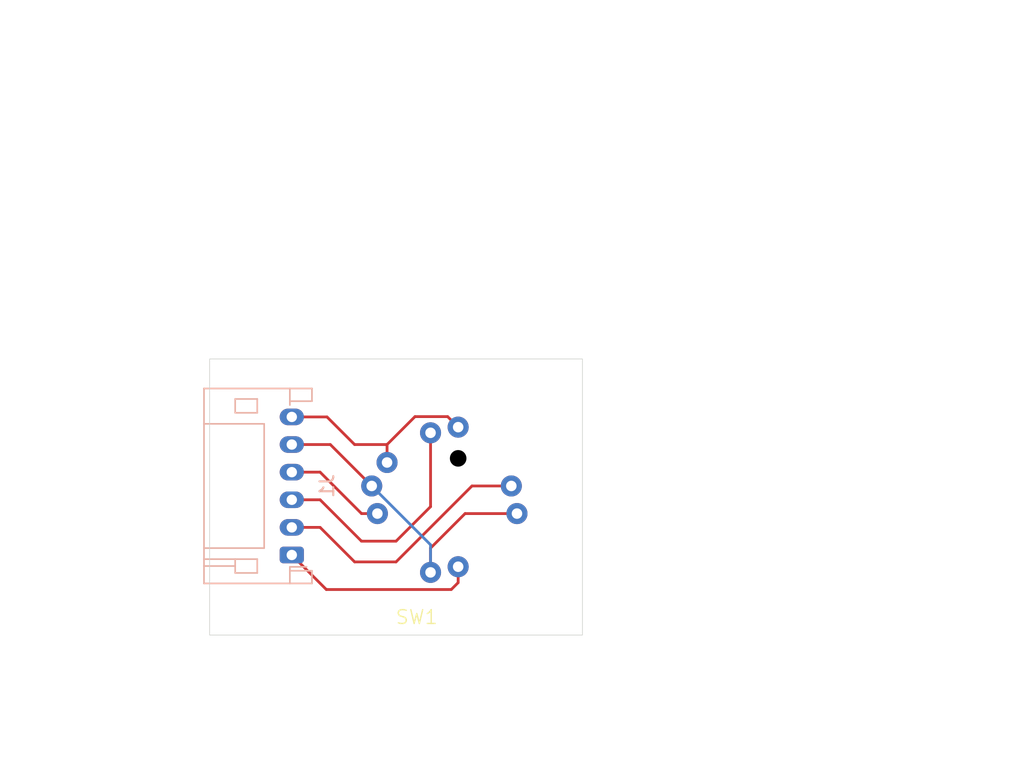
<source format=kicad_pcb>
(kicad_pcb (version 20240108) (generator "pcbnew") (generator_version "8.0")
  (layers (0 "F.Cu" signal) (31 "B.Cu" signal) (34 "B.Paste" user) (35 "F.Paste" user) (36 "B.SilkS" user "B.Silkscreen") (37 "F.SilkS" user "F.Silkscreen") (38 "B.Mask" user) (39 "F.Mask" user) (44 "Edge.Cuts" user))
  (net 0 "")
  (net 1 "Net-(J1-Pin_6)")
  (net 2 "Net-(J1-Pin_1)")
  (net 3 "Net-(J1-Pin_5)")
  (net 4 "Net-(J1-Pin_3)")
  (net 5 "Net-(J1-Pin_2)")
  (net 6 "Net-(J1-Pin_4)")
  (footprint "MountingHole:MountingHole_2.2mm_M2" (layer "F.Cu") (at 129.5 86.3)
    (property "Reference" "REF**" (hide yes))
    (property "Value" "MountingHole_2.2mm_M2" (hide yes))
    (pad "" np_thru_hole circle (at 0 0) (size 2.2 2.2) (drill 2.2) (layers "F&B.Cu" "*.Mask"))
  )
  (footprint "MountingHole:MountingHole_2.2mm_M2" (layer "F.Cu") (at 142 100.5)
    (property "Reference" "REF**" (hide yes))
    (property "Value" "MountingHole_2.2mm_M2" (hide yes))
    (pad "" np_thru_hole circle (at 0 0) (size 2.2 2.2) (drill 2.2) (layers "F&B.Cu" "*.Mask"))
  )
  (footprint "MountingHole:MountingHole_2.2mm_M2" (layer "F.Cu") (at 142 86.3)
    (property "Reference" "REF**" (hide yes))
    (property "Value" "MountingHole_2.2mm_M2" (hide yes))
    (pad "" np_thru_hole circle (at 0 0) (size 2.2 2.2) (drill 2.2) (layers "F&B.Cu" "*.Mask"))
  )
  (footprint "thumb-hat:hat-switch" (layer "F.Cu") (at 135 93.5)
    (property "Reference" "SW1" (at -2 8.5 0) (layer "F.SilkS") (effects (font (thickness 0.1))))
    (property "Value" "~")
    (pad "" np_thru_hole circle (at 1 -3) (size 1.2 1.2) (drill 1.2) (layers "*.Mask"))
    (pad "1" thru_hole circle (at 1 4.85) (size 1.524 1.524) (drill 0.762) (layers "*.Cu" "*.Mask") (net 2 "Net-(J1-Pin_1)"))
    (pad "2" thru_hole circle (at 4.85 -1) (size 1.524 1.524) (drill 0.762) (layers "*.Cu" "*.Mask") (net 5 "Net-(J1-Pin_2)"))
    (pad "3" thru_hole circle (at -1 -4.85) (size 1.524 1.524) (drill 0.762) (layers "*.Cu" "*.Mask") (net 4 "Net-(J1-Pin_3)"))
    (pad "4" thru_hole circle (at -4.85 1) (size 1.524 1.524) (drill 0.762) (layers "*.Cu" "*.Mask") (net 6 "Net-(J1-Pin_4)"))
    (pad "5" thru_hole circle (at -5.26 -1) (size 1.524 1.524) (drill 0.762) (layers "*.Cu" "*.Mask") (net 3 "Net-(J1-Pin_5)"))
    (pad "5" thru_hole circle (at -1 5.26) (size 1.524 1.524) (drill 0.762) (layers "*.Cu" "*.Mask") (net 3 "Net-(J1-Pin_5)"))
    (pad "5" thru_hole circle (at 5.26 1) (size 1.524 1.524) (drill 0.762) (layers "*.Cu" "*.Mask") (net 3 "Net-(J1-Pin_5)"))
    (pad "6" thru_hole circle (at 1 -5.26) (size 1.524 1.524) (drill 0.762) (layers "*.Cu" "*.Mask") (net 1 "Net-(J1-Pin_6)"))
    (pad "7" thru_hole circle (at -4.15 -2.7) (size 1.524 1.524) (drill 0.762) (layers "*.Cu" "*.Mask") (net 1 "Net-(J1-Pin_6)"))
  )
  (footprint "Connector_JST:JST_PH_S6B-PH-K_1x06_P2.00mm_Horizontal" (layer "B.Cu") (at 123.95 97.5 90)
    (property "Reference" "J1" (at 5 2.55 -90) (layer "B.SilkS") (effects (justify mirror)))
    (property "Value" "Conn_01x06_Pin")
    (fp_line (start 12.06 -6.36) (end -2.06 -6.36) (stroke (width 0.12)) (layer "B.SilkS"))
    (fp_line (start 9.5 -6.36) (end 9.5 -2) (stroke (width 0.12)) (layer "B.SilkS"))
    (fp_line (start -0.3 -6.36) (end -0.3 -4.1) (stroke (width 0.12)) (layer "B.SilkS"))
    (fp_line (start -0.8 -6.36) (end -0.8 -4.1) (stroke (width 0.12)) (layer "B.SilkS"))
    (fp_line (start -2.06 -6.36) (end -2.06 1.46) (stroke (width 0.12)) (layer "B.SilkS"))
    (fp_line (start 11.3 -4.1) (end 11.3 -2.5) (stroke (width 0.12)) (layer "B.SilkS"))
    (fp_line (start 10.3 -4.1) (end 11.3 -4.1) (stroke (width 0.12)) (layer "B.SilkS"))
    (fp_line (start -0.3 -4.1) (end -1.3 -4.1) (stroke (width 0.12)) (layer "B.SilkS"))
    (fp_line (start -1.3 -4.1) (end -1.3 -2.5) (stroke (width 0.12)) (layer "B.SilkS"))
    (fp_line (start 11.3 -2.5) (end 10.3 -2.5) (stroke (width 0.12)) (layer "B.SilkS"))
    (fp_line (start 10.3 -2.5) (end 10.3 -4.1) (stroke (width 0.12)) (layer "B.SilkS"))
    (fp_line (start -0.3 -2.5) (end -0.3 -4.1) (stroke (width 0.12)) (layer "B.SilkS"))
    (fp_line (start -1.3 -2.5) (end -0.3 -2.5) (stroke (width 0.12)) (layer "B.SilkS"))
    (fp_line (start 9.5 -2) (end 0.5 -2) (stroke (width 0.12)) (layer "B.SilkS"))
    (fp_line (start 0.5 -2) (end 0.5 -6.36) (stroke (width 0.12)) (layer "B.SilkS"))
    (fp_line (start 11.14 -0.14) (end 12.06 -0.14) (stroke (width 0.12)) (layer "B.SilkS"))
    (fp_line (start 11.14 -0.14) (end 11.14 1.46) (stroke (width 0.12)) (layer "B.SilkS"))
    (fp_line (start 10.86 -0.14) (end 11.14 -0.14) (stroke (width 0.12)) (layer "B.SilkS"))
    (fp_line (start -1.14 -0.14) (end -0.86 -0.14) (stroke (width 0.12)) (layer "B.SilkS"))
    (fp_line (start -1.14 -0.14) (end -2.06 -0.14) (stroke (width 0.12)) (layer "B.SilkS"))
    (fp_line (start -0.86 1.075) (end -0.86 -0.14) (stroke (width 0.12)) (layer "B.SilkS"))
    (fp_line (start 12.06 1.46) (end 12.06 -6.36) (stroke (width 0.12)) (layer "B.SilkS"))
    (fp_line (start 11.14 1.46) (end 12.06 1.46) (stroke (width 0.12)) (layer "B.SilkS"))
    (fp_line (start -1.14 1.46) (end -1.14 -0.14) (stroke (width 0.12)) (layer "B.SilkS"))
    (fp_line (start -2.06 1.46) (end -1.14 1.46) (stroke (width 0.12)) (layer "B.SilkS"))
    (pad "1" thru_hole roundrect (at 0 0 90) (size 1.2 1.75) (drill 0.75) (layers "*.Cu" "*.Mask") (roundrect_rratio 0.208333) (net 2 "Net-(J1-Pin_1)"))
    (pad "2" thru_hole oval (at 2 0 90) (size 1.2 1.75) (drill 0.75) (layers "*.Cu" "*.Mask") (net 5 "Net-(J1-Pin_2)"))
    (pad "3" thru_hole oval (at 4 0 90) (size 1.2 1.75) (drill 0.75) (layers "*.Cu" "*.Mask") (net 4 "Net-(J1-Pin_3)"))
    (pad "4" thru_hole oval (at 6 0 90) (size 1.2 1.75) (drill 0.75) (layers "*.Cu" "*.Mask") (net 6 "Net-(J1-Pin_4)"))
    (pad "5" thru_hole oval (at 8 0 90) (size 1.2 1.75) (drill 0.75) (layers "*.Cu" "*.Mask") (net 3 "Net-(J1-Pin_5)"))
    (pad "6" thru_hole oval (at 10 0 90) (size 1.2 1.75) (drill 0.75) (layers "*.Cu" "*.Mask") (net 1 "Net-(J1-Pin_6)"))
  )
  (gr_rect (start 118 83.3) (end 145 103.3) (stroke (width 0.05)) (fill none) (layer "Edge.Cuts"))
  (segment (start 132.871999 87.478001) (end 130.85 89.5) (width 0.2) (layer "F.Cu") (net 1))
  (segment (start 130.85 90.8) (end 130.85 89.5) (width 0.2) (layer "F.Cu") (net 1))
  (segment (start 136 88.24) (end 135.238001 87.478001) (width 0.2) (layer "F.Cu") (net 1))
  (segment (start 135.238001 87.478001) (end 132.871999 87.478001) (width 0.2) (layer "F.Cu") (net 1))
  (segment (start 123.95 87.5) (end 126.5 87.5) (width 0.2) (layer "F.Cu") (net 1))
  (segment (start 128.5 89.5) (end 130.85 89.5) (width 0.2) (layer "F.Cu") (net 1))
  (segment (start 126.5 87.5) (end 128.5 89.5) (width 0.2) (layer "F.Cu") (net 1))
  (segment (start 136 99.5) (end 135.5 100) (width 0.2) (layer "F.Cu") (net 2))
  (segment (start 136 98.35) (end 136 99.5) (width 0.2) (layer "F.Cu") (net 2))
  (segment (start 135.5 100) (end 126.45 100) (width 0.2) (layer "F.Cu") (net 2))
  (segment (start 126.45 100) (end 123.95 97.5) (width 0.2) (layer "F.Cu") (net 2))
  (segment (start 140.26 94.5) (end 136.5 94.5) (width 0.2) (layer "F.Cu") (net 3))
  (segment (start 129.74 92.5) (end 126.74 89.5) (width 0.2) (layer "F.Cu") (net 3))
  (segment (start 126.74 89.5) (end 123.95 89.5) (width 0.2) (layer "F.Cu") (net 3))
  (segment (start 136.5 94.5) (end 134 97) (width 0.2) (layer "F.Cu") (net 3))
  (segment (start 134 97) (end 134 98.76) (width 0.2) (layer "F.Cu") (net 3))
  (segment (start 129.74 92.5) (end 134 96.76) (width 0.2) (layer "B.Cu") (net 3))
  (segment (start 134 96.76) (end 134 98.76) (width 0.2) (layer "B.Cu") (net 3))
  (segment (start 134 94) (end 131.5 96.5) (width 0.2) (layer "F.Cu") (net 4))
  (segment (start 129 96.5) (end 126 93.5) (width 0.2) (layer "F.Cu") (net 4))
  (segment (start 134 88.65) (end 134 94) (width 0.2) (layer "F.Cu") (net 4))
  (segment (start 126 93.5) (end 123.95 93.5) (width 0.2) (layer "F.Cu") (net 4))
  (segment (start 131.5 96.5) (end 129 96.5) (width 0.2) (layer "F.Cu") (net 4))
  (segment (start 128.5 98) (end 126 95.5) (width 0.2) (layer "F.Cu") (net 5))
  (segment (start 131.5 98) (end 128.5 98) (width 0.2) (layer "F.Cu") (net 5))
  (segment (start 139.85 92.5) (end 137 92.5) (width 0.2) (layer "F.Cu") (net 5))
  (segment (start 126 95.5) (end 123.95 95.5) (width 0.2) (layer "F.Cu") (net 5))
  (segment (start 137 92.5) (end 131.5 98) (width 0.2) (layer "F.Cu") (net 5))
  (segment (start 130.15 94.5) (end 129 94.5) (width 0.2) (layer "F.Cu") (net 6))
  (segment (start 129 94.5) (end 126 91.5) (width 0.2) (layer "F.Cu") (net 6))
  (segment (start 126 91.5) (end 123.95 91.5) (width 0.2) (layer "F.Cu") (net 6))
)
</source>
